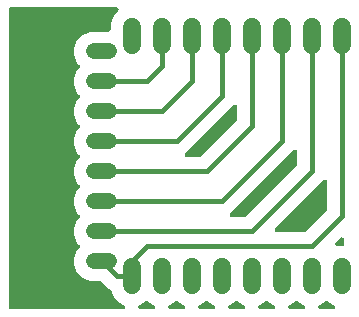
<source format=gbr>
G04 EAGLE Gerber X2 export*
G04 #@! %TF.Part,Single*
G04 #@! %TF.FileFunction,Copper,L2,Bot,Mixed*
G04 #@! %TF.FilePolarity,Positive*
G04 #@! %TF.GenerationSoftware,Autodesk,EAGLE,9.0.0*
G04 #@! %TF.CreationDate,2019-08-08T19:07:45Z*
G75*
%MOMM*%
%FSLAX34Y34*%
%LPD*%
%AMOC8*
5,1,8,0,0,1.08239X$1,22.5*%
G01*
%ADD10C,1.524000*%
%ADD11C,1.320800*%
%ADD12C,0.406400*%

G36*
X106685Y10161D02*
X106685Y10161D01*
X106689Y10161D01*
X106883Y10181D01*
X107081Y10201D01*
X107085Y10202D01*
X107089Y10202D01*
X107276Y10261D01*
X107466Y10319D01*
X107470Y10321D01*
X107474Y10322D01*
X107647Y10417D01*
X107820Y10511D01*
X107823Y10513D01*
X107827Y10516D01*
X107980Y10644D01*
X108129Y10768D01*
X108132Y10772D01*
X108135Y10775D01*
X108258Y10929D01*
X108381Y11082D01*
X108383Y11086D01*
X108386Y11089D01*
X108476Y11264D01*
X108567Y11439D01*
X108568Y11444D01*
X108570Y11448D01*
X108623Y11635D01*
X108678Y11826D01*
X108678Y11831D01*
X108680Y11835D01*
X108695Y12028D01*
X108711Y12228D01*
X108710Y12232D01*
X108711Y12236D01*
X108687Y12430D01*
X108664Y12627D01*
X108663Y12632D01*
X108662Y12636D01*
X108601Y12821D01*
X108539Y13010D01*
X108537Y13014D01*
X108536Y13018D01*
X108438Y13190D01*
X108341Y13361D01*
X108338Y13364D01*
X108336Y13368D01*
X108205Y13519D01*
X108078Y13665D01*
X108075Y13668D01*
X108072Y13672D01*
X107915Y13792D01*
X107760Y13912D01*
X107756Y13914D01*
X107752Y13917D01*
X107457Y14069D01*
X104228Y15406D01*
X99226Y20408D01*
X96809Y26243D01*
X96797Y26267D01*
X96788Y26292D01*
X96702Y26444D01*
X96619Y26598D01*
X96602Y26619D01*
X96589Y26642D01*
X96474Y26773D01*
X96363Y26908D01*
X96342Y26925D01*
X96324Y26945D01*
X96186Y27052D01*
X96050Y27162D01*
X96026Y27174D01*
X96005Y27191D01*
X95710Y27342D01*
X94693Y27763D01*
X90978Y31479D01*
X89017Y33440D01*
X88996Y33457D01*
X88978Y33478D01*
X88840Y33585D01*
X88705Y33695D01*
X88681Y33708D01*
X88660Y33724D01*
X88504Y33802D01*
X88349Y33884D01*
X88324Y33892D01*
X88300Y33904D01*
X88131Y33949D01*
X87963Y33999D01*
X87937Y34001D01*
X87911Y34008D01*
X87580Y34035D01*
X78961Y34035D01*
X72800Y36588D01*
X68084Y41304D01*
X65531Y47465D01*
X65531Y54135D01*
X68084Y60296D01*
X69851Y62064D01*
X69862Y62078D01*
X69876Y62089D01*
X69990Y62233D01*
X70106Y62375D01*
X70114Y62391D01*
X70125Y62405D01*
X70209Y62569D01*
X70294Y62731D01*
X70300Y62748D01*
X70308Y62764D01*
X70357Y62941D01*
X70409Y63117D01*
X70411Y63135D01*
X70416Y63152D01*
X70429Y63335D01*
X70446Y63518D01*
X70444Y63536D01*
X70445Y63553D01*
X70422Y63735D01*
X70402Y63918D01*
X70397Y63935D01*
X70395Y63953D01*
X70336Y64127D01*
X70281Y64302D01*
X70272Y64318D01*
X70266Y64334D01*
X70175Y64493D01*
X70086Y64654D01*
X70074Y64668D01*
X70065Y64683D01*
X69851Y64936D01*
X68084Y66704D01*
X65531Y72865D01*
X65531Y79535D01*
X68084Y85696D01*
X69851Y87464D01*
X69862Y87478D01*
X69876Y87489D01*
X69990Y87633D01*
X70106Y87775D01*
X70114Y87791D01*
X70125Y87805D01*
X70209Y87969D01*
X70294Y88131D01*
X70300Y88148D01*
X70308Y88164D01*
X70357Y88341D01*
X70409Y88517D01*
X70411Y88535D01*
X70416Y88552D01*
X70429Y88735D01*
X70446Y88918D01*
X70444Y88936D01*
X70445Y88953D01*
X70422Y89135D01*
X70402Y89318D01*
X70397Y89335D01*
X70395Y89353D01*
X70336Y89527D01*
X70281Y89702D01*
X70272Y89718D01*
X70266Y89734D01*
X70175Y89893D01*
X70086Y90054D01*
X70074Y90068D01*
X70065Y90083D01*
X69851Y90336D01*
X68084Y92104D01*
X65531Y98265D01*
X65531Y104935D01*
X68084Y111096D01*
X69851Y112864D01*
X69862Y112878D01*
X69876Y112889D01*
X69990Y113033D01*
X70106Y113175D01*
X70114Y113191D01*
X70125Y113205D01*
X70209Y113369D01*
X70294Y113531D01*
X70300Y113548D01*
X70308Y113564D01*
X70357Y113741D01*
X70409Y113917D01*
X70411Y113935D01*
X70416Y113952D01*
X70429Y114135D01*
X70446Y114318D01*
X70444Y114336D01*
X70445Y114353D01*
X70422Y114535D01*
X70402Y114718D01*
X70397Y114735D01*
X70395Y114753D01*
X70336Y114927D01*
X70281Y115102D01*
X70272Y115118D01*
X70266Y115134D01*
X70175Y115293D01*
X70086Y115454D01*
X70074Y115468D01*
X70065Y115483D01*
X69851Y115736D01*
X68084Y117504D01*
X65531Y123665D01*
X65531Y130335D01*
X68084Y136496D01*
X69851Y138264D01*
X69862Y138278D01*
X69876Y138289D01*
X69990Y138433D01*
X70106Y138575D01*
X70114Y138591D01*
X70125Y138605D01*
X70209Y138769D01*
X70294Y138931D01*
X70300Y138948D01*
X70308Y138964D01*
X70357Y139141D01*
X70409Y139317D01*
X70411Y139335D01*
X70416Y139352D01*
X70429Y139535D01*
X70446Y139718D01*
X70444Y139736D01*
X70445Y139753D01*
X70422Y139935D01*
X70402Y140118D01*
X70397Y140135D01*
X70395Y140153D01*
X70336Y140327D01*
X70281Y140502D01*
X70272Y140518D01*
X70266Y140534D01*
X70175Y140693D01*
X70086Y140854D01*
X70074Y140868D01*
X70065Y140883D01*
X69851Y141136D01*
X68084Y142904D01*
X65531Y149065D01*
X65531Y155735D01*
X68084Y161896D01*
X69851Y163664D01*
X69862Y163678D01*
X69876Y163689D01*
X69990Y163833D01*
X70106Y163975D01*
X70114Y163991D01*
X70125Y164005D01*
X70209Y164169D01*
X70294Y164331D01*
X70300Y164348D01*
X70308Y164364D01*
X70357Y164541D01*
X70409Y164717D01*
X70411Y164735D01*
X70416Y164752D01*
X70429Y164935D01*
X70446Y165118D01*
X70444Y165136D01*
X70445Y165153D01*
X70422Y165335D01*
X70402Y165518D01*
X70397Y165535D01*
X70395Y165553D01*
X70336Y165727D01*
X70281Y165902D01*
X70272Y165918D01*
X70266Y165934D01*
X70175Y166093D01*
X70086Y166254D01*
X70074Y166268D01*
X70065Y166283D01*
X69851Y166536D01*
X68084Y168304D01*
X65531Y174465D01*
X65531Y181135D01*
X68084Y187296D01*
X69851Y189064D01*
X69862Y189078D01*
X69876Y189089D01*
X69990Y189233D01*
X70106Y189375D01*
X70114Y189391D01*
X70125Y189405D01*
X70209Y189569D01*
X70294Y189731D01*
X70300Y189748D01*
X70308Y189764D01*
X70357Y189941D01*
X70409Y190117D01*
X70411Y190135D01*
X70416Y190152D01*
X70429Y190334D01*
X70446Y190518D01*
X70444Y190536D01*
X70445Y190553D01*
X70422Y190735D01*
X70402Y190918D01*
X70397Y190935D01*
X70395Y190953D01*
X70336Y191127D01*
X70281Y191302D01*
X70272Y191318D01*
X70266Y191334D01*
X70175Y191493D01*
X70086Y191654D01*
X70074Y191668D01*
X70065Y191683D01*
X69851Y191936D01*
X68084Y193704D01*
X65531Y199865D01*
X65531Y206535D01*
X68084Y212696D01*
X69851Y214464D01*
X69862Y214478D01*
X69876Y214489D01*
X69990Y214633D01*
X70106Y214775D01*
X70114Y214791D01*
X70125Y214805D01*
X70209Y214969D01*
X70294Y215131D01*
X70300Y215148D01*
X70308Y215164D01*
X70357Y215341D01*
X70409Y215517D01*
X70411Y215535D01*
X70416Y215552D01*
X70429Y215735D01*
X70446Y215918D01*
X70444Y215936D01*
X70445Y215953D01*
X70422Y216135D01*
X70402Y216318D01*
X70397Y216335D01*
X70395Y216353D01*
X70336Y216527D01*
X70281Y216702D01*
X70272Y216718D01*
X70266Y216734D01*
X70175Y216893D01*
X70086Y217054D01*
X70074Y217068D01*
X70065Y217083D01*
X69851Y217336D01*
X68084Y219104D01*
X65531Y225265D01*
X65531Y231935D01*
X68084Y238096D01*
X72800Y242812D01*
X78961Y245365D01*
X94488Y245365D01*
X94506Y245367D01*
X94524Y245365D01*
X94706Y245386D01*
X94889Y245405D01*
X94906Y245410D01*
X94923Y245412D01*
X95098Y245469D01*
X95274Y245523D01*
X95289Y245531D01*
X95306Y245537D01*
X95466Y245627D01*
X95628Y245715D01*
X95641Y245726D01*
X95657Y245735D01*
X95796Y245855D01*
X95937Y245972D01*
X95948Y245986D01*
X95962Y245998D01*
X96074Y246143D01*
X96189Y246286D01*
X96197Y246302D01*
X96208Y246316D01*
X96290Y246481D01*
X96375Y246643D01*
X96380Y246660D01*
X96388Y246676D01*
X96435Y246855D01*
X96486Y247030D01*
X96488Y247048D01*
X96492Y247065D01*
X96519Y247396D01*
X96519Y252457D01*
X99226Y258992D01*
X102706Y262472D01*
X102712Y262479D01*
X102718Y262484D01*
X102839Y262634D01*
X102961Y262783D01*
X102965Y262791D01*
X102971Y262798D01*
X103059Y262968D01*
X103150Y263139D01*
X103152Y263148D01*
X103156Y263155D01*
X103209Y263340D01*
X103264Y263525D01*
X103265Y263534D01*
X103268Y263542D01*
X103283Y263733D01*
X103301Y263926D01*
X103300Y263935D01*
X103301Y263944D01*
X103278Y264133D01*
X103257Y264326D01*
X103255Y264335D01*
X103254Y264343D01*
X103194Y264525D01*
X103136Y264710D01*
X103132Y264718D01*
X103129Y264726D01*
X103034Y264895D01*
X102941Y265062D01*
X102935Y265069D01*
X102931Y265077D01*
X102805Y265223D01*
X102681Y265369D01*
X102674Y265375D01*
X102668Y265382D01*
X102516Y265499D01*
X102365Y265619D01*
X102357Y265623D01*
X102350Y265628D01*
X102178Y265714D01*
X102006Y265801D01*
X101997Y265804D01*
X101989Y265808D01*
X101803Y265858D01*
X101618Y265909D01*
X101609Y265910D01*
X101600Y265912D01*
X101270Y265939D01*
X12192Y265939D01*
X12174Y265937D01*
X12156Y265939D01*
X11974Y265918D01*
X11791Y265899D01*
X11774Y265894D01*
X11757Y265892D01*
X11582Y265835D01*
X11406Y265781D01*
X11391Y265773D01*
X11374Y265767D01*
X11214Y265677D01*
X11052Y265589D01*
X11039Y265578D01*
X11023Y265569D01*
X10884Y265449D01*
X10743Y265332D01*
X10732Y265318D01*
X10718Y265306D01*
X10606Y265161D01*
X10491Y265018D01*
X10483Y265002D01*
X10472Y264988D01*
X10390Y264823D01*
X10305Y264661D01*
X10300Y264644D01*
X10292Y264628D01*
X10245Y264449D01*
X10194Y264274D01*
X10192Y264256D01*
X10188Y264239D01*
X10161Y263908D01*
X10161Y12192D01*
X10163Y12174D01*
X10161Y12156D01*
X10183Y11973D01*
X10201Y11791D01*
X10206Y11774D01*
X10208Y11757D01*
X10265Y11582D01*
X10319Y11406D01*
X10327Y11391D01*
X10333Y11374D01*
X10423Y11214D01*
X10511Y11052D01*
X10522Y11039D01*
X10531Y11023D01*
X10651Y10884D01*
X10768Y10743D01*
X10782Y10732D01*
X10794Y10718D01*
X10939Y10606D01*
X11082Y10491D01*
X11098Y10483D01*
X11112Y10472D01*
X11277Y10390D01*
X11439Y10305D01*
X11456Y10300D01*
X11472Y10292D01*
X11651Y10245D01*
X11826Y10194D01*
X11844Y10192D01*
X11861Y10188D01*
X12192Y10161D01*
X106680Y10161D01*
X106685Y10161D01*
G37*
G36*
X260835Y75695D02*
X260835Y75695D01*
X260862Y75693D01*
X261035Y75715D01*
X261209Y75733D01*
X261234Y75740D01*
X261261Y75744D01*
X261427Y75799D01*
X261594Y75851D01*
X261617Y75864D01*
X261643Y75872D01*
X261794Y75959D01*
X261948Y76043D01*
X261968Y76060D01*
X261992Y76073D01*
X262245Y76288D01*
X279312Y93355D01*
X279329Y93376D01*
X279350Y93394D01*
X279457Y93532D01*
X279567Y93667D01*
X279580Y93691D01*
X279596Y93712D01*
X279674Y93869D01*
X279756Y94023D01*
X279764Y94048D01*
X279776Y94072D01*
X279821Y94242D01*
X279871Y94409D01*
X279873Y94435D01*
X279880Y94461D01*
X279907Y94792D01*
X279907Y118060D01*
X279906Y118069D01*
X279907Y118078D01*
X279886Y118271D01*
X279867Y118461D01*
X279865Y118469D01*
X279864Y118478D01*
X279805Y118663D01*
X279749Y118846D01*
X279745Y118854D01*
X279742Y118862D01*
X279649Y119030D01*
X279557Y119200D01*
X279552Y119207D01*
X279547Y119215D01*
X279423Y119362D01*
X279300Y119509D01*
X279293Y119515D01*
X279287Y119522D01*
X279135Y119641D01*
X278986Y119761D01*
X278978Y119766D01*
X278971Y119771D01*
X278798Y119859D01*
X278629Y119947D01*
X278620Y119949D01*
X278612Y119953D01*
X278426Y120005D01*
X278242Y120058D01*
X278233Y120059D01*
X278224Y120061D01*
X278031Y120076D01*
X277840Y120091D01*
X277832Y120090D01*
X277823Y120091D01*
X277630Y120067D01*
X277441Y120044D01*
X277432Y120042D01*
X277423Y120040D01*
X277241Y119979D01*
X277058Y119919D01*
X277050Y119915D01*
X277042Y119912D01*
X276875Y119816D01*
X276707Y119722D01*
X276700Y119716D01*
X276693Y119711D01*
X276440Y119497D01*
X236103Y79160D01*
X236098Y79153D01*
X236091Y79148D01*
X235971Y78998D01*
X235848Y78849D01*
X235844Y78841D01*
X235839Y78834D01*
X235750Y78663D01*
X235660Y78493D01*
X235657Y78485D01*
X235653Y78477D01*
X235600Y78291D01*
X235545Y78107D01*
X235544Y78098D01*
X235542Y78090D01*
X235526Y77898D01*
X235509Y77706D01*
X235509Y77697D01*
X235509Y77688D01*
X235531Y77499D01*
X235552Y77306D01*
X235555Y77297D01*
X235556Y77289D01*
X235615Y77107D01*
X235673Y76922D01*
X235678Y76914D01*
X235681Y76906D01*
X235776Y76737D01*
X235868Y76570D01*
X235874Y76563D01*
X235878Y76555D01*
X236004Y76409D01*
X236129Y76263D01*
X236136Y76257D01*
X236142Y76250D01*
X236293Y76133D01*
X236445Y76013D01*
X236453Y76009D01*
X236460Y76004D01*
X236632Y75918D01*
X236804Y75831D01*
X236812Y75828D01*
X236820Y75824D01*
X237007Y75774D01*
X237191Y75723D01*
X237200Y75722D01*
X237209Y75720D01*
X237540Y75693D01*
X260808Y75693D01*
X260835Y75695D01*
G37*
G36*
X210035Y88395D02*
X210035Y88395D01*
X210062Y88393D01*
X210235Y88415D01*
X210409Y88433D01*
X210434Y88440D01*
X210461Y88444D01*
X210627Y88499D01*
X210794Y88551D01*
X210817Y88564D01*
X210843Y88572D01*
X210994Y88659D01*
X211148Y88743D01*
X211168Y88760D01*
X211192Y88773D01*
X211445Y88988D01*
X253912Y131455D01*
X253929Y131476D01*
X253950Y131494D01*
X254057Y131632D01*
X254167Y131767D01*
X254180Y131791D01*
X254196Y131812D01*
X254274Y131969D01*
X254356Y132123D01*
X254364Y132148D01*
X254376Y132172D01*
X254421Y132342D01*
X254471Y132509D01*
X254473Y132535D01*
X254480Y132561D01*
X254507Y132892D01*
X254507Y143460D01*
X254506Y143469D01*
X254507Y143478D01*
X254486Y143671D01*
X254467Y143861D01*
X254465Y143869D01*
X254464Y143878D01*
X254405Y144063D01*
X254349Y144246D01*
X254345Y144254D01*
X254342Y144262D01*
X254249Y144430D01*
X254157Y144600D01*
X254152Y144607D01*
X254147Y144615D01*
X254023Y144762D01*
X253900Y144909D01*
X253893Y144915D01*
X253887Y144922D01*
X253735Y145041D01*
X253586Y145161D01*
X253578Y145166D01*
X253571Y145171D01*
X253398Y145259D01*
X253229Y145347D01*
X253220Y145349D01*
X253212Y145353D01*
X253026Y145405D01*
X252842Y145458D01*
X252833Y145459D01*
X252824Y145461D01*
X252631Y145476D01*
X252440Y145491D01*
X252432Y145490D01*
X252423Y145491D01*
X252230Y145467D01*
X252041Y145444D01*
X252032Y145442D01*
X252023Y145440D01*
X251841Y145379D01*
X251658Y145319D01*
X251650Y145315D01*
X251642Y145312D01*
X251475Y145216D01*
X251307Y145122D01*
X251300Y145116D01*
X251293Y145111D01*
X251040Y144897D01*
X201122Y94979D01*
X198003Y91860D01*
X197998Y91853D01*
X197991Y91848D01*
X197871Y91698D01*
X197748Y91549D01*
X197744Y91541D01*
X197739Y91534D01*
X197650Y91364D01*
X197560Y91193D01*
X197557Y91184D01*
X197553Y91177D01*
X197500Y90992D01*
X197445Y90807D01*
X197444Y90798D01*
X197442Y90790D01*
X197426Y90599D01*
X197409Y90406D01*
X197409Y90397D01*
X197409Y90388D01*
X197431Y90198D01*
X197452Y90006D01*
X197455Y89997D01*
X197456Y89989D01*
X197515Y89807D01*
X197573Y89622D01*
X197578Y89614D01*
X197581Y89606D01*
X197676Y89437D01*
X197768Y89270D01*
X197774Y89263D01*
X197778Y89255D01*
X197904Y89109D01*
X198029Y88963D01*
X198036Y88957D01*
X198042Y88950D01*
X198193Y88833D01*
X198345Y88713D01*
X198353Y88709D01*
X198360Y88704D01*
X198532Y88618D01*
X198704Y88531D01*
X198712Y88528D01*
X198720Y88524D01*
X198906Y88474D01*
X199091Y88423D01*
X199100Y88422D01*
X199109Y88420D01*
X199440Y88393D01*
X210008Y88393D01*
X210035Y88395D01*
G37*
G36*
X171935Y139195D02*
X171935Y139195D01*
X171962Y139193D01*
X172135Y139215D01*
X172309Y139233D01*
X172334Y139240D01*
X172361Y139244D01*
X172527Y139299D01*
X172694Y139351D01*
X172717Y139364D01*
X172743Y139372D01*
X172894Y139459D01*
X173048Y139543D01*
X173068Y139560D01*
X173092Y139573D01*
X173345Y139788D01*
X203112Y169555D01*
X203129Y169576D01*
X203150Y169594D01*
X203257Y169732D01*
X203367Y169867D01*
X203380Y169891D01*
X203396Y169912D01*
X203474Y170069D01*
X203556Y170223D01*
X203564Y170248D01*
X203576Y170272D01*
X203621Y170442D01*
X203671Y170609D01*
X203673Y170635D01*
X203680Y170661D01*
X203707Y170992D01*
X203707Y181560D01*
X203706Y181569D01*
X203707Y181578D01*
X203686Y181770D01*
X203667Y181961D01*
X203665Y181969D01*
X203664Y181978D01*
X203606Y182161D01*
X203549Y182346D01*
X203545Y182354D01*
X203542Y182362D01*
X203449Y182531D01*
X203357Y182700D01*
X203352Y182707D01*
X203347Y182715D01*
X203223Y182861D01*
X203100Y183009D01*
X203093Y183015D01*
X203087Y183022D01*
X202936Y183141D01*
X202786Y183261D01*
X202778Y183266D01*
X202771Y183271D01*
X202598Y183359D01*
X202429Y183447D01*
X202420Y183449D01*
X202412Y183453D01*
X202226Y183505D01*
X202042Y183558D01*
X202033Y183559D01*
X202024Y183561D01*
X201831Y183576D01*
X201640Y183591D01*
X201632Y183590D01*
X201623Y183591D01*
X201430Y183567D01*
X201241Y183544D01*
X201232Y183542D01*
X201223Y183540D01*
X201040Y183479D01*
X200858Y183419D01*
X200850Y183415D01*
X200842Y183412D01*
X200675Y183316D01*
X200507Y183222D01*
X200500Y183216D01*
X200493Y183211D01*
X200240Y182997D01*
X197121Y179878D01*
X159903Y142660D01*
X159898Y142653D01*
X159891Y142648D01*
X159771Y142498D01*
X159648Y142349D01*
X159644Y142341D01*
X159639Y142334D01*
X159550Y142163D01*
X159460Y141993D01*
X159457Y141985D01*
X159453Y141977D01*
X159400Y141791D01*
X159345Y141607D01*
X159344Y141598D01*
X159342Y141590D01*
X159326Y141398D01*
X159309Y141206D01*
X159309Y141197D01*
X159309Y141188D01*
X159331Y140999D01*
X159352Y140806D01*
X159355Y140797D01*
X159356Y140789D01*
X159415Y140607D01*
X159473Y140422D01*
X159478Y140414D01*
X159481Y140406D01*
X159576Y140237D01*
X159668Y140070D01*
X159674Y140063D01*
X159678Y140055D01*
X159804Y139909D01*
X159929Y139763D01*
X159936Y139757D01*
X159942Y139750D01*
X160093Y139633D01*
X160245Y139513D01*
X160253Y139509D01*
X160260Y139504D01*
X160432Y139418D01*
X160604Y139331D01*
X160612Y139328D01*
X160620Y139324D01*
X160807Y139274D01*
X160991Y139223D01*
X161000Y139222D01*
X161009Y139220D01*
X161340Y139193D01*
X171908Y139193D01*
X171935Y139195D01*
G37*
G36*
X157485Y10161D02*
X157485Y10161D01*
X157489Y10161D01*
X157683Y10181D01*
X157881Y10201D01*
X157885Y10202D01*
X157889Y10202D01*
X158076Y10261D01*
X158266Y10319D01*
X158270Y10321D01*
X158274Y10322D01*
X158447Y10417D01*
X158620Y10511D01*
X158623Y10513D01*
X158627Y10516D01*
X158780Y10644D01*
X158929Y10768D01*
X158932Y10772D01*
X158935Y10775D01*
X159058Y10929D01*
X159181Y11082D01*
X159183Y11086D01*
X159186Y11089D01*
X159276Y11264D01*
X159367Y11439D01*
X159368Y11444D01*
X159370Y11448D01*
X159423Y11635D01*
X159478Y11826D01*
X159478Y11831D01*
X159480Y11835D01*
X159495Y12028D01*
X159511Y12228D01*
X159510Y12232D01*
X159511Y12236D01*
X159487Y12430D01*
X159464Y12627D01*
X159463Y12632D01*
X159462Y12636D01*
X159401Y12821D01*
X159339Y13010D01*
X159337Y13014D01*
X159336Y13018D01*
X159238Y13190D01*
X159141Y13361D01*
X159138Y13364D01*
X159136Y13368D01*
X159005Y13519D01*
X158878Y13665D01*
X158875Y13668D01*
X158872Y13672D01*
X158715Y13792D01*
X158560Y13912D01*
X158556Y13914D01*
X158552Y13917D01*
X158257Y14069D01*
X155028Y15406D01*
X153836Y16598D01*
X153822Y16609D01*
X153811Y16623D01*
X153667Y16737D01*
X153525Y16853D01*
X153509Y16861D01*
X153495Y16872D01*
X153331Y16956D01*
X153169Y17042D01*
X153152Y17047D01*
X153136Y17055D01*
X152959Y17104D01*
X152783Y17156D01*
X152765Y17158D01*
X152748Y17163D01*
X152565Y17176D01*
X152382Y17193D01*
X152364Y17191D01*
X152347Y17192D01*
X152165Y17169D01*
X151982Y17149D01*
X151965Y17144D01*
X151947Y17142D01*
X151773Y17083D01*
X151598Y17028D01*
X151582Y17019D01*
X151566Y17014D01*
X151407Y16922D01*
X151246Y16833D01*
X151232Y16821D01*
X151217Y16813D01*
X150964Y16598D01*
X149772Y15406D01*
X146543Y14069D01*
X146539Y14067D01*
X146534Y14065D01*
X146362Y13972D01*
X146188Y13878D01*
X146184Y13876D01*
X146180Y13873D01*
X146032Y13749D01*
X145877Y13622D01*
X145875Y13619D01*
X145871Y13616D01*
X145748Y13463D01*
X145624Y13309D01*
X145622Y13305D01*
X145619Y13302D01*
X145529Y13129D01*
X145437Y12953D01*
X145435Y12949D01*
X145433Y12945D01*
X145379Y12756D01*
X145324Y12566D01*
X145323Y12562D01*
X145322Y12558D01*
X145306Y12360D01*
X145289Y12165D01*
X145289Y12161D01*
X145289Y12156D01*
X145312Y11962D01*
X145334Y11765D01*
X145335Y11761D01*
X145336Y11757D01*
X145396Y11571D01*
X145457Y11382D01*
X145459Y11378D01*
X145461Y11374D01*
X145558Y11201D01*
X145654Y11030D01*
X145656Y11027D01*
X145659Y11023D01*
X145787Y10874D01*
X145915Y10725D01*
X145919Y10722D01*
X145922Y10718D01*
X146077Y10598D01*
X146232Y10476D01*
X146236Y10474D01*
X146240Y10472D01*
X146418Y10383D01*
X146592Y10296D01*
X146596Y10294D01*
X146600Y10292D01*
X146792Y10241D01*
X146980Y10189D01*
X146985Y10189D01*
X146989Y10188D01*
X147320Y10161D01*
X157480Y10161D01*
X157485Y10161D01*
G37*
G36*
X182885Y10161D02*
X182885Y10161D01*
X182889Y10161D01*
X183083Y10181D01*
X183281Y10201D01*
X183285Y10202D01*
X183289Y10202D01*
X183476Y10261D01*
X183666Y10319D01*
X183670Y10321D01*
X183674Y10322D01*
X183847Y10417D01*
X184020Y10511D01*
X184023Y10513D01*
X184027Y10516D01*
X184180Y10644D01*
X184329Y10768D01*
X184332Y10772D01*
X184335Y10775D01*
X184458Y10929D01*
X184581Y11082D01*
X184583Y11086D01*
X184586Y11089D01*
X184676Y11264D01*
X184767Y11439D01*
X184768Y11444D01*
X184770Y11448D01*
X184823Y11635D01*
X184878Y11826D01*
X184878Y11831D01*
X184880Y11835D01*
X184895Y12028D01*
X184911Y12228D01*
X184910Y12232D01*
X184911Y12236D01*
X184887Y12430D01*
X184864Y12627D01*
X184863Y12632D01*
X184862Y12636D01*
X184801Y12821D01*
X184739Y13010D01*
X184737Y13014D01*
X184736Y13018D01*
X184638Y13190D01*
X184541Y13361D01*
X184538Y13364D01*
X184536Y13368D01*
X184405Y13519D01*
X184278Y13665D01*
X184275Y13668D01*
X184272Y13672D01*
X184115Y13792D01*
X183960Y13912D01*
X183956Y13914D01*
X183952Y13917D01*
X183657Y14069D01*
X180428Y15406D01*
X179236Y16598D01*
X179222Y16609D01*
X179211Y16623D01*
X179067Y16737D01*
X178925Y16853D01*
X178909Y16861D01*
X178895Y16872D01*
X178731Y16956D01*
X178569Y17042D01*
X178552Y17047D01*
X178536Y17055D01*
X178359Y17104D01*
X178183Y17156D01*
X178165Y17158D01*
X178148Y17163D01*
X177965Y17176D01*
X177782Y17193D01*
X177764Y17191D01*
X177747Y17192D01*
X177565Y17169D01*
X177382Y17149D01*
X177365Y17144D01*
X177347Y17142D01*
X177173Y17083D01*
X176998Y17028D01*
X176982Y17019D01*
X176966Y17014D01*
X176807Y16922D01*
X176646Y16833D01*
X176632Y16821D01*
X176617Y16813D01*
X176364Y16598D01*
X175172Y15406D01*
X171943Y14069D01*
X171939Y14067D01*
X171934Y14065D01*
X171762Y13972D01*
X171588Y13878D01*
X171584Y13876D01*
X171580Y13873D01*
X171432Y13749D01*
X171277Y13622D01*
X171275Y13619D01*
X171271Y13616D01*
X171148Y13463D01*
X171024Y13309D01*
X171022Y13305D01*
X171019Y13302D01*
X170929Y13129D01*
X170837Y12953D01*
X170835Y12949D01*
X170833Y12945D01*
X170779Y12756D01*
X170724Y12566D01*
X170723Y12562D01*
X170722Y12558D01*
X170706Y12360D01*
X170689Y12165D01*
X170689Y12161D01*
X170689Y12156D01*
X170712Y11962D01*
X170734Y11765D01*
X170735Y11761D01*
X170736Y11757D01*
X170796Y11571D01*
X170857Y11382D01*
X170859Y11378D01*
X170861Y11374D01*
X170958Y11201D01*
X171054Y11030D01*
X171056Y11027D01*
X171059Y11023D01*
X171187Y10874D01*
X171315Y10725D01*
X171319Y10722D01*
X171322Y10718D01*
X171477Y10598D01*
X171632Y10476D01*
X171636Y10474D01*
X171640Y10472D01*
X171818Y10383D01*
X171992Y10296D01*
X171996Y10294D01*
X172000Y10292D01*
X172192Y10241D01*
X172380Y10189D01*
X172385Y10189D01*
X172389Y10188D01*
X172720Y10161D01*
X182880Y10161D01*
X182885Y10161D01*
G37*
G36*
X259085Y10161D02*
X259085Y10161D01*
X259089Y10161D01*
X259283Y10181D01*
X259481Y10201D01*
X259485Y10202D01*
X259489Y10202D01*
X259676Y10261D01*
X259866Y10319D01*
X259870Y10321D01*
X259874Y10322D01*
X260047Y10417D01*
X260220Y10511D01*
X260223Y10513D01*
X260227Y10516D01*
X260380Y10644D01*
X260529Y10768D01*
X260532Y10772D01*
X260535Y10775D01*
X260658Y10929D01*
X260781Y11082D01*
X260783Y11086D01*
X260786Y11089D01*
X260876Y11264D01*
X260967Y11439D01*
X260968Y11444D01*
X260970Y11448D01*
X261023Y11635D01*
X261078Y11826D01*
X261078Y11831D01*
X261080Y11835D01*
X261095Y12028D01*
X261111Y12228D01*
X261110Y12232D01*
X261111Y12236D01*
X261087Y12430D01*
X261064Y12627D01*
X261063Y12632D01*
X261062Y12636D01*
X261001Y12821D01*
X260939Y13010D01*
X260937Y13014D01*
X260936Y13018D01*
X260838Y13190D01*
X260741Y13361D01*
X260738Y13364D01*
X260736Y13368D01*
X260605Y13519D01*
X260478Y13665D01*
X260475Y13668D01*
X260472Y13672D01*
X260315Y13792D01*
X260160Y13912D01*
X260156Y13914D01*
X260152Y13917D01*
X259857Y14069D01*
X256628Y15406D01*
X255436Y16598D01*
X255422Y16609D01*
X255411Y16623D01*
X255267Y16737D01*
X255125Y16853D01*
X255109Y16861D01*
X255095Y16872D01*
X254931Y16956D01*
X254769Y17042D01*
X254752Y17047D01*
X254736Y17055D01*
X254559Y17104D01*
X254383Y17156D01*
X254365Y17158D01*
X254348Y17163D01*
X254165Y17176D01*
X253982Y17193D01*
X253964Y17191D01*
X253947Y17192D01*
X253765Y17169D01*
X253582Y17149D01*
X253565Y17144D01*
X253547Y17142D01*
X253373Y17083D01*
X253198Y17028D01*
X253182Y17019D01*
X253166Y17014D01*
X253007Y16922D01*
X252846Y16833D01*
X252832Y16821D01*
X252817Y16813D01*
X252564Y16598D01*
X251372Y15406D01*
X248143Y14069D01*
X248139Y14067D01*
X248134Y14065D01*
X247962Y13972D01*
X247788Y13878D01*
X247784Y13876D01*
X247780Y13873D01*
X247632Y13749D01*
X247477Y13622D01*
X247475Y13619D01*
X247471Y13616D01*
X247348Y13463D01*
X247224Y13309D01*
X247222Y13305D01*
X247219Y13302D01*
X247129Y13129D01*
X247037Y12953D01*
X247035Y12949D01*
X247033Y12945D01*
X246979Y12756D01*
X246924Y12566D01*
X246923Y12562D01*
X246922Y12558D01*
X246906Y12360D01*
X246889Y12165D01*
X246889Y12161D01*
X246889Y12156D01*
X246912Y11962D01*
X246934Y11765D01*
X246935Y11761D01*
X246936Y11757D01*
X246996Y11571D01*
X247057Y11382D01*
X247059Y11378D01*
X247061Y11374D01*
X247158Y11201D01*
X247254Y11030D01*
X247256Y11027D01*
X247259Y11023D01*
X247387Y10874D01*
X247515Y10725D01*
X247519Y10722D01*
X247522Y10718D01*
X247677Y10598D01*
X247832Y10476D01*
X247836Y10474D01*
X247840Y10472D01*
X248018Y10383D01*
X248192Y10296D01*
X248196Y10294D01*
X248200Y10292D01*
X248392Y10241D01*
X248580Y10189D01*
X248585Y10189D01*
X248589Y10188D01*
X248920Y10161D01*
X259080Y10161D01*
X259085Y10161D01*
G37*
G36*
X132085Y10161D02*
X132085Y10161D01*
X132089Y10161D01*
X132283Y10181D01*
X132481Y10201D01*
X132485Y10202D01*
X132489Y10202D01*
X132676Y10261D01*
X132866Y10319D01*
X132870Y10321D01*
X132874Y10322D01*
X133047Y10417D01*
X133220Y10511D01*
X133223Y10513D01*
X133227Y10516D01*
X133380Y10644D01*
X133529Y10768D01*
X133532Y10772D01*
X133535Y10775D01*
X133658Y10929D01*
X133781Y11082D01*
X133783Y11086D01*
X133786Y11089D01*
X133876Y11264D01*
X133967Y11439D01*
X133968Y11444D01*
X133970Y11448D01*
X134023Y11635D01*
X134078Y11826D01*
X134078Y11831D01*
X134080Y11835D01*
X134095Y12028D01*
X134111Y12228D01*
X134110Y12232D01*
X134111Y12236D01*
X134087Y12430D01*
X134064Y12627D01*
X134063Y12632D01*
X134062Y12636D01*
X134001Y12821D01*
X133939Y13010D01*
X133937Y13014D01*
X133936Y13018D01*
X133838Y13190D01*
X133741Y13361D01*
X133738Y13364D01*
X133736Y13368D01*
X133605Y13519D01*
X133478Y13665D01*
X133475Y13668D01*
X133472Y13672D01*
X133315Y13792D01*
X133160Y13912D01*
X133156Y13914D01*
X133152Y13917D01*
X132857Y14069D01*
X129628Y15406D01*
X128436Y16598D01*
X128422Y16609D01*
X128411Y16623D01*
X128267Y16737D01*
X128125Y16853D01*
X128109Y16861D01*
X128095Y16872D01*
X127931Y16956D01*
X127769Y17042D01*
X127752Y17047D01*
X127736Y17055D01*
X127559Y17104D01*
X127383Y17156D01*
X127365Y17158D01*
X127348Y17163D01*
X127165Y17176D01*
X126982Y17193D01*
X126964Y17191D01*
X126947Y17192D01*
X126765Y17169D01*
X126582Y17149D01*
X126565Y17144D01*
X126547Y17142D01*
X126373Y17083D01*
X126198Y17028D01*
X126182Y17019D01*
X126166Y17014D01*
X126007Y16922D01*
X125846Y16833D01*
X125832Y16821D01*
X125817Y16813D01*
X125564Y16598D01*
X124372Y15406D01*
X121143Y14069D01*
X121139Y14067D01*
X121134Y14065D01*
X120962Y13972D01*
X120788Y13878D01*
X120784Y13876D01*
X120780Y13873D01*
X120632Y13749D01*
X120477Y13622D01*
X120475Y13619D01*
X120471Y13616D01*
X120348Y13463D01*
X120224Y13309D01*
X120222Y13305D01*
X120219Y13302D01*
X120129Y13129D01*
X120037Y12953D01*
X120035Y12949D01*
X120033Y12945D01*
X119979Y12756D01*
X119924Y12566D01*
X119923Y12562D01*
X119922Y12558D01*
X119906Y12360D01*
X119889Y12165D01*
X119889Y12161D01*
X119889Y12156D01*
X119912Y11962D01*
X119934Y11765D01*
X119935Y11761D01*
X119936Y11757D01*
X119996Y11571D01*
X120057Y11382D01*
X120059Y11378D01*
X120061Y11374D01*
X120158Y11201D01*
X120254Y11030D01*
X120256Y11027D01*
X120259Y11023D01*
X120387Y10874D01*
X120515Y10725D01*
X120519Y10722D01*
X120522Y10718D01*
X120677Y10598D01*
X120832Y10476D01*
X120836Y10474D01*
X120840Y10472D01*
X121018Y10383D01*
X121192Y10296D01*
X121196Y10294D01*
X121200Y10292D01*
X121392Y10241D01*
X121580Y10189D01*
X121585Y10189D01*
X121589Y10188D01*
X121920Y10161D01*
X132080Y10161D01*
X132085Y10161D01*
G37*
G36*
X284485Y10161D02*
X284485Y10161D01*
X284489Y10161D01*
X284683Y10181D01*
X284881Y10201D01*
X284885Y10202D01*
X284889Y10202D01*
X285076Y10261D01*
X285266Y10319D01*
X285270Y10321D01*
X285274Y10322D01*
X285447Y10417D01*
X285620Y10511D01*
X285623Y10513D01*
X285627Y10516D01*
X285780Y10644D01*
X285929Y10768D01*
X285932Y10772D01*
X285935Y10775D01*
X286058Y10929D01*
X286181Y11082D01*
X286183Y11086D01*
X286186Y11089D01*
X286276Y11264D01*
X286367Y11439D01*
X286368Y11444D01*
X286370Y11448D01*
X286423Y11635D01*
X286478Y11826D01*
X286478Y11831D01*
X286480Y11835D01*
X286495Y12028D01*
X286511Y12228D01*
X286510Y12232D01*
X286511Y12236D01*
X286487Y12430D01*
X286464Y12627D01*
X286463Y12632D01*
X286462Y12636D01*
X286401Y12821D01*
X286339Y13010D01*
X286337Y13014D01*
X286336Y13018D01*
X286238Y13190D01*
X286141Y13361D01*
X286138Y13364D01*
X286136Y13368D01*
X286005Y13519D01*
X285878Y13665D01*
X285875Y13668D01*
X285872Y13672D01*
X285715Y13792D01*
X285560Y13912D01*
X285556Y13914D01*
X285552Y13917D01*
X285257Y14069D01*
X282028Y15406D01*
X280836Y16598D01*
X280822Y16609D01*
X280811Y16623D01*
X280667Y16737D01*
X280525Y16853D01*
X280509Y16861D01*
X280495Y16872D01*
X280331Y16956D01*
X280169Y17042D01*
X280152Y17047D01*
X280136Y17055D01*
X279959Y17104D01*
X279783Y17156D01*
X279765Y17158D01*
X279748Y17163D01*
X279565Y17176D01*
X279382Y17193D01*
X279364Y17191D01*
X279347Y17192D01*
X279165Y17169D01*
X278982Y17149D01*
X278965Y17144D01*
X278947Y17142D01*
X278773Y17083D01*
X278598Y17028D01*
X278582Y17019D01*
X278566Y17014D01*
X278407Y16922D01*
X278246Y16833D01*
X278232Y16821D01*
X278217Y16813D01*
X277964Y16598D01*
X276772Y15406D01*
X273543Y14069D01*
X273539Y14067D01*
X273534Y14065D01*
X273362Y13972D01*
X273188Y13878D01*
X273184Y13876D01*
X273180Y13873D01*
X273032Y13749D01*
X272877Y13622D01*
X272875Y13619D01*
X272871Y13616D01*
X272748Y13463D01*
X272624Y13309D01*
X272622Y13305D01*
X272619Y13302D01*
X272529Y13129D01*
X272437Y12953D01*
X272435Y12949D01*
X272433Y12945D01*
X272379Y12756D01*
X272324Y12566D01*
X272323Y12562D01*
X272322Y12558D01*
X272306Y12360D01*
X272289Y12165D01*
X272289Y12161D01*
X272289Y12156D01*
X272312Y11962D01*
X272334Y11765D01*
X272335Y11761D01*
X272336Y11757D01*
X272396Y11571D01*
X272457Y11382D01*
X272459Y11378D01*
X272461Y11374D01*
X272558Y11201D01*
X272654Y11030D01*
X272656Y11027D01*
X272659Y11023D01*
X272787Y10874D01*
X272915Y10725D01*
X272919Y10722D01*
X272922Y10718D01*
X273077Y10598D01*
X273232Y10476D01*
X273236Y10474D01*
X273240Y10472D01*
X273418Y10383D01*
X273592Y10296D01*
X273596Y10294D01*
X273600Y10292D01*
X273792Y10241D01*
X273980Y10189D01*
X273985Y10189D01*
X273989Y10188D01*
X274320Y10161D01*
X284480Y10161D01*
X284485Y10161D01*
G37*
G36*
X208285Y10161D02*
X208285Y10161D01*
X208289Y10161D01*
X208483Y10181D01*
X208681Y10201D01*
X208685Y10202D01*
X208689Y10202D01*
X208876Y10261D01*
X209066Y10319D01*
X209070Y10321D01*
X209074Y10322D01*
X209247Y10417D01*
X209420Y10511D01*
X209423Y10513D01*
X209427Y10516D01*
X209580Y10644D01*
X209729Y10768D01*
X209732Y10772D01*
X209735Y10775D01*
X209858Y10929D01*
X209981Y11082D01*
X209983Y11086D01*
X209986Y11089D01*
X210076Y11264D01*
X210167Y11439D01*
X210168Y11444D01*
X210170Y11448D01*
X210223Y11635D01*
X210278Y11826D01*
X210278Y11831D01*
X210280Y11835D01*
X210295Y12028D01*
X210311Y12228D01*
X210310Y12232D01*
X210311Y12236D01*
X210287Y12430D01*
X210264Y12627D01*
X210263Y12632D01*
X210262Y12636D01*
X210201Y12821D01*
X210139Y13010D01*
X210137Y13014D01*
X210136Y13018D01*
X210038Y13190D01*
X209941Y13361D01*
X209938Y13364D01*
X209936Y13368D01*
X209805Y13519D01*
X209678Y13665D01*
X209675Y13668D01*
X209672Y13672D01*
X209515Y13792D01*
X209360Y13912D01*
X209356Y13914D01*
X209352Y13917D01*
X209057Y14069D01*
X205828Y15406D01*
X204636Y16598D01*
X204622Y16609D01*
X204611Y16623D01*
X204467Y16737D01*
X204325Y16853D01*
X204309Y16861D01*
X204295Y16872D01*
X204131Y16956D01*
X203969Y17042D01*
X203952Y17047D01*
X203936Y17055D01*
X203759Y17104D01*
X203583Y17156D01*
X203565Y17158D01*
X203548Y17163D01*
X203365Y17176D01*
X203182Y17193D01*
X203164Y17191D01*
X203147Y17192D01*
X202965Y17169D01*
X202782Y17149D01*
X202765Y17144D01*
X202747Y17142D01*
X202573Y17083D01*
X202398Y17028D01*
X202382Y17019D01*
X202366Y17014D01*
X202207Y16922D01*
X202046Y16833D01*
X202032Y16821D01*
X202017Y16813D01*
X201764Y16598D01*
X200572Y15406D01*
X197343Y14069D01*
X197339Y14067D01*
X197334Y14065D01*
X197162Y13972D01*
X196988Y13878D01*
X196984Y13876D01*
X196980Y13873D01*
X196832Y13749D01*
X196677Y13622D01*
X196675Y13619D01*
X196671Y13616D01*
X196548Y13463D01*
X196424Y13309D01*
X196422Y13305D01*
X196419Y13302D01*
X196329Y13129D01*
X196237Y12953D01*
X196235Y12949D01*
X196233Y12945D01*
X196179Y12756D01*
X196124Y12566D01*
X196123Y12562D01*
X196122Y12558D01*
X196106Y12360D01*
X196089Y12165D01*
X196089Y12161D01*
X196089Y12156D01*
X196112Y11962D01*
X196134Y11765D01*
X196135Y11761D01*
X196136Y11757D01*
X196196Y11571D01*
X196257Y11382D01*
X196259Y11378D01*
X196261Y11374D01*
X196358Y11201D01*
X196454Y11030D01*
X196456Y11027D01*
X196459Y11023D01*
X196587Y10874D01*
X196715Y10725D01*
X196719Y10722D01*
X196722Y10718D01*
X196877Y10598D01*
X197032Y10476D01*
X197036Y10474D01*
X197040Y10472D01*
X197218Y10383D01*
X197392Y10296D01*
X197396Y10294D01*
X197400Y10292D01*
X197592Y10241D01*
X197780Y10189D01*
X197785Y10189D01*
X197789Y10188D01*
X198120Y10161D01*
X208280Y10161D01*
X208285Y10161D01*
G37*
G36*
X233685Y10161D02*
X233685Y10161D01*
X233689Y10161D01*
X233883Y10181D01*
X234081Y10201D01*
X234085Y10202D01*
X234089Y10202D01*
X234276Y10261D01*
X234466Y10319D01*
X234470Y10321D01*
X234474Y10322D01*
X234647Y10417D01*
X234820Y10511D01*
X234823Y10513D01*
X234827Y10516D01*
X234980Y10644D01*
X235129Y10768D01*
X235132Y10772D01*
X235135Y10775D01*
X235258Y10929D01*
X235381Y11082D01*
X235383Y11086D01*
X235386Y11089D01*
X235476Y11264D01*
X235567Y11439D01*
X235568Y11444D01*
X235570Y11448D01*
X235623Y11635D01*
X235678Y11826D01*
X235678Y11831D01*
X235680Y11835D01*
X235695Y12028D01*
X235711Y12228D01*
X235710Y12232D01*
X235711Y12236D01*
X235687Y12430D01*
X235664Y12627D01*
X235663Y12632D01*
X235662Y12636D01*
X235601Y12821D01*
X235539Y13010D01*
X235537Y13014D01*
X235536Y13018D01*
X235438Y13190D01*
X235341Y13361D01*
X235338Y13364D01*
X235336Y13368D01*
X235205Y13519D01*
X235078Y13665D01*
X235075Y13668D01*
X235072Y13672D01*
X234915Y13792D01*
X234760Y13912D01*
X234756Y13914D01*
X234752Y13917D01*
X234457Y14069D01*
X231228Y15406D01*
X230036Y16598D01*
X230022Y16609D01*
X230011Y16623D01*
X229867Y16737D01*
X229725Y16853D01*
X229709Y16861D01*
X229695Y16872D01*
X229531Y16956D01*
X229369Y17042D01*
X229352Y17047D01*
X229336Y17055D01*
X229159Y17104D01*
X228983Y17156D01*
X228965Y17158D01*
X228948Y17163D01*
X228765Y17176D01*
X228582Y17193D01*
X228564Y17191D01*
X228547Y17192D01*
X228365Y17169D01*
X228182Y17149D01*
X228165Y17144D01*
X228147Y17142D01*
X227973Y17083D01*
X227798Y17028D01*
X227782Y17019D01*
X227766Y17014D01*
X227607Y16922D01*
X227446Y16833D01*
X227432Y16821D01*
X227417Y16813D01*
X227164Y16598D01*
X225972Y15406D01*
X222743Y14069D01*
X222739Y14067D01*
X222734Y14065D01*
X222562Y13972D01*
X222388Y13878D01*
X222384Y13876D01*
X222380Y13873D01*
X222232Y13749D01*
X222077Y13622D01*
X222075Y13619D01*
X222071Y13616D01*
X221948Y13463D01*
X221824Y13309D01*
X221822Y13305D01*
X221819Y13302D01*
X221729Y13129D01*
X221637Y12953D01*
X221635Y12949D01*
X221633Y12945D01*
X221579Y12756D01*
X221524Y12566D01*
X221523Y12562D01*
X221522Y12558D01*
X221506Y12360D01*
X221489Y12165D01*
X221489Y12161D01*
X221489Y12156D01*
X221512Y11962D01*
X221534Y11765D01*
X221535Y11761D01*
X221536Y11757D01*
X221596Y11571D01*
X221657Y11382D01*
X221659Y11378D01*
X221661Y11374D01*
X221758Y11201D01*
X221854Y11030D01*
X221856Y11027D01*
X221859Y11023D01*
X221987Y10874D01*
X222115Y10725D01*
X222119Y10722D01*
X222122Y10718D01*
X222277Y10598D01*
X222432Y10476D01*
X222436Y10474D01*
X222440Y10472D01*
X222618Y10383D01*
X222792Y10296D01*
X222796Y10294D01*
X222800Y10292D01*
X222992Y10241D01*
X223180Y10189D01*
X223185Y10189D01*
X223189Y10188D01*
X223520Y10161D01*
X233680Y10161D01*
X233685Y10161D01*
G37*
G36*
X292426Y63503D02*
X292426Y63503D01*
X292444Y63501D01*
X292626Y63522D01*
X292809Y63541D01*
X292826Y63546D01*
X292843Y63548D01*
X293018Y63605D01*
X293194Y63659D01*
X293209Y63667D01*
X293226Y63673D01*
X293386Y63763D01*
X293548Y63851D01*
X293561Y63862D01*
X293577Y63871D01*
X293716Y63991D01*
X293857Y64108D01*
X293868Y64122D01*
X293882Y64134D01*
X293994Y64279D01*
X294109Y64422D01*
X294117Y64438D01*
X294128Y64452D01*
X294210Y64617D01*
X294295Y64779D01*
X294300Y64796D01*
X294308Y64812D01*
X294355Y64991D01*
X294406Y65166D01*
X294408Y65184D01*
X294412Y65201D01*
X294439Y65532D01*
X294439Y69092D01*
X294439Y69099D01*
X294439Y69103D01*
X294439Y69105D01*
X294439Y69110D01*
X294418Y69303D01*
X294399Y69493D01*
X294397Y69501D01*
X294396Y69510D01*
X294337Y69695D01*
X294281Y69878D01*
X294277Y69886D01*
X294274Y69894D01*
X294181Y70062D01*
X294089Y70232D01*
X294084Y70239D01*
X294079Y70247D01*
X293955Y70394D01*
X293832Y70541D01*
X293825Y70547D01*
X293819Y70554D01*
X293667Y70673D01*
X293518Y70793D01*
X293510Y70798D01*
X293503Y70803D01*
X293330Y70891D01*
X293161Y70979D01*
X293152Y70981D01*
X293144Y70985D01*
X292958Y71037D01*
X292774Y71090D01*
X292765Y71091D01*
X292756Y71093D01*
X292563Y71108D01*
X292372Y71123D01*
X292364Y71122D01*
X292355Y71123D01*
X292162Y71099D01*
X291973Y71076D01*
X291964Y71074D01*
X291955Y71072D01*
X291773Y71011D01*
X291590Y70951D01*
X291582Y70947D01*
X291574Y70944D01*
X291407Y70848D01*
X291239Y70754D01*
X291232Y70748D01*
X291225Y70743D01*
X290972Y70529D01*
X287411Y66968D01*
X287406Y66961D01*
X287399Y66956D01*
X287279Y66806D01*
X287156Y66657D01*
X287152Y66649D01*
X287147Y66642D01*
X287058Y66471D01*
X286968Y66301D01*
X286965Y66293D01*
X286961Y66285D01*
X286908Y66099D01*
X286853Y65915D01*
X286852Y65906D01*
X286850Y65898D01*
X286834Y65706D01*
X286817Y65514D01*
X286817Y65505D01*
X286817Y65496D01*
X286839Y65307D01*
X286860Y65114D01*
X286863Y65105D01*
X286864Y65097D01*
X286923Y64915D01*
X286981Y64730D01*
X286986Y64722D01*
X286989Y64714D01*
X287084Y64545D01*
X287176Y64378D01*
X287182Y64371D01*
X287186Y64363D01*
X287312Y64217D01*
X287437Y64071D01*
X287444Y64065D01*
X287450Y64058D01*
X287601Y63941D01*
X287753Y63821D01*
X287761Y63817D01*
X287768Y63812D01*
X287940Y63726D01*
X288112Y63639D01*
X288120Y63636D01*
X288128Y63632D01*
X288315Y63582D01*
X288499Y63531D01*
X288508Y63530D01*
X288517Y63528D01*
X288848Y63501D01*
X292408Y63501D01*
X292426Y63503D01*
G37*
D10*
X114300Y45720D02*
X114300Y30480D01*
X139700Y30480D02*
X139700Y45720D01*
X165100Y45720D02*
X165100Y30480D01*
X190500Y30480D02*
X190500Y45720D01*
X215900Y45720D02*
X215900Y30480D01*
X241300Y30480D02*
X241300Y45720D01*
X266700Y45720D02*
X266700Y30480D01*
X292100Y30480D02*
X292100Y45720D01*
X292100Y233680D02*
X292100Y248920D01*
X266700Y248920D02*
X266700Y233680D01*
X241300Y233680D02*
X241300Y248920D01*
X215900Y248920D02*
X215900Y233680D01*
X190500Y233680D02*
X190500Y248920D01*
X165100Y248920D02*
X165100Y233680D01*
X139700Y233680D02*
X139700Y248920D01*
X114300Y248920D02*
X114300Y233680D01*
D11*
X95504Y228600D02*
X82296Y228600D01*
X82296Y203200D02*
X95504Y203200D01*
X95504Y177800D02*
X82296Y177800D01*
X82296Y152400D02*
X95504Y152400D01*
X95504Y127000D02*
X82296Y127000D01*
X82296Y101600D02*
X95504Y101600D01*
X95504Y76200D02*
X82296Y76200D01*
X82296Y50800D02*
X95504Y50800D01*
D12*
X88900Y203200D02*
X127000Y203200D01*
X139700Y215900D01*
X139700Y241300D01*
X139700Y177800D02*
X88900Y177800D01*
X139700Y177800D02*
X165100Y203200D01*
X165100Y241300D01*
X152400Y152400D02*
X88900Y152400D01*
X152400Y152400D02*
X190500Y190500D01*
X190500Y241300D01*
X215900Y241300D02*
X215900Y165100D01*
X177800Y127000D01*
X88900Y127000D01*
X241300Y152400D02*
X241300Y241300D01*
X241300Y152400D02*
X190500Y101600D01*
X88900Y101600D01*
X266700Y127000D02*
X266700Y241300D01*
X266700Y127000D02*
X215900Y76200D01*
X88900Y76200D01*
X88900Y50800D02*
X101600Y38100D01*
X114300Y38100D01*
X114300Y50800D01*
X127000Y63500D01*
X266700Y63500D01*
X292100Y88900D01*
X292100Y241300D01*
M02*

</source>
